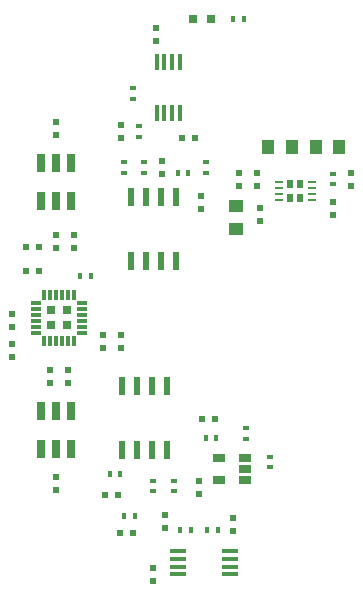
<source format=gtp>
G04 #@! TF.FileFunction,Paste,Top*
%FSLAX46Y46*%
G04 Gerber Fmt 4.6, Leading zero omitted, Abs format (unit mm)*
G04 Created by KiCad (PCBNEW 4.0.2-stable) date Mon 07 Mar 2016 02:31:34 PM HST*
%MOMM*%
G01*
G04 APERTURE LIST*
%ADD10C,0.100000*%
%ADD11R,0.500000X0.600000*%
%ADD12R,0.600000X0.500000*%
%ADD13R,1.250000X1.000000*%
%ADD14R,1.000000X1.250000*%
%ADD15R,0.400000X0.600000*%
%ADD16R,0.600000X0.400000*%
%ADD17R,0.760000X1.650000*%
%ADD18R,0.850000X0.300000*%
%ADD19R,0.300000X0.850000*%
%ADD20R,0.780000X0.780000*%
%ADD21R,0.700000X0.250000*%
%ADD22R,0.498000X0.714000*%
%ADD23R,0.600000X1.550000*%
%ADD24R,1.450000X0.450000*%
%ADD25R,0.450000X1.450000*%
%ADD26R,1.060000X0.650000*%
%ADD27R,0.797560X0.797560*%
G04 APERTURE END LIST*
D10*
D11*
X83500000Y-104550000D03*
X83500000Y-103450000D03*
D12*
X80950000Y-114000000D03*
X82050000Y-114000000D03*
D11*
X79750000Y-119700000D03*
X79750000Y-120800000D03*
D12*
X80950000Y-116000000D03*
X82050000Y-116000000D03*
D11*
X79750000Y-123300000D03*
X79750000Y-122200000D03*
X85000000Y-114050000D03*
X85000000Y-112950000D03*
X84500000Y-124450000D03*
X84500000Y-125550000D03*
X83000000Y-124450000D03*
X83000000Y-125550000D03*
X87500000Y-122550000D03*
X87500000Y-121450000D03*
X89000000Y-122550000D03*
X89000000Y-121450000D03*
X100500000Y-107700000D03*
X100500000Y-108800000D03*
X83500000Y-133450000D03*
X83500000Y-134550000D03*
D13*
X98750000Y-112500000D03*
X98750000Y-110500000D03*
D11*
X99000000Y-107700000D03*
X99000000Y-108800000D03*
D14*
X101500000Y-105500000D03*
X103500000Y-105500000D03*
D11*
X100750000Y-111800000D03*
X100750000Y-110700000D03*
X107000000Y-111300000D03*
X107000000Y-110200000D03*
D14*
X105500000Y-105500000D03*
X107500000Y-105500000D03*
D11*
X108500000Y-108800000D03*
X108500000Y-107700000D03*
D15*
X86450000Y-116500000D03*
X85550000Y-116500000D03*
D16*
X107000000Y-107800000D03*
X107000000Y-108700000D03*
D17*
X83500000Y-106910000D03*
X84770000Y-106910000D03*
X84770000Y-110090000D03*
X83500000Y-110090000D03*
X82230000Y-110090000D03*
X82230000Y-106910000D03*
D18*
X81800000Y-118750000D03*
X81800000Y-119250000D03*
X81800000Y-119750000D03*
X81800000Y-120250000D03*
X81800000Y-120750000D03*
X81800000Y-121250000D03*
D19*
X82500000Y-121950000D03*
X83000000Y-121950000D03*
X83500000Y-121950000D03*
X84000000Y-121950000D03*
X84500000Y-121950000D03*
X85000000Y-121950000D03*
D18*
X85700000Y-121250000D03*
X85700000Y-120750000D03*
X85700000Y-120250000D03*
X85700000Y-119750000D03*
X85700000Y-119250000D03*
X85700000Y-118750000D03*
D19*
X85000000Y-118050000D03*
X84500000Y-118050000D03*
X84000000Y-118050000D03*
X83500000Y-118050000D03*
X83000000Y-118050000D03*
X82500000Y-118050000D03*
D20*
X84400000Y-120650000D03*
X84400000Y-119350000D03*
X83100000Y-120650000D03*
X83100000Y-119350000D03*
D17*
X83500000Y-131090000D03*
X82230000Y-131090000D03*
X82230000Y-127910000D03*
X83500000Y-127910000D03*
X84770000Y-127910000D03*
X84770000Y-131090000D03*
D21*
X102350000Y-108500000D03*
X102350000Y-109000000D03*
X102350000Y-109500000D03*
X102350000Y-110000000D03*
X105150000Y-110000000D03*
X105150000Y-109500000D03*
X105150000Y-109000000D03*
X105150000Y-108500000D03*
D22*
X104165000Y-109845000D03*
X104165000Y-108655000D03*
X103335000Y-109845000D03*
X103335000Y-108655000D03*
D12*
X88800000Y-135000000D03*
X87700000Y-135000000D03*
D11*
X95750000Y-109700000D03*
X95750000Y-110800000D03*
D12*
X88950000Y-138250000D03*
X90050000Y-138250000D03*
D11*
X92500000Y-106700000D03*
X92500000Y-107800000D03*
X92750000Y-136700000D03*
X92750000Y-137800000D03*
X91750000Y-142300000D03*
X91750000Y-141200000D03*
X89000000Y-104800000D03*
X89000000Y-103700000D03*
D12*
X95300000Y-104750000D03*
X94200000Y-104750000D03*
D11*
X98500000Y-136950000D03*
X98500000Y-138050000D03*
X92000000Y-95450000D03*
X92000000Y-96550000D03*
D15*
X88950000Y-133250000D03*
X88050000Y-133250000D03*
D16*
X96250000Y-107700000D03*
X96250000Y-106800000D03*
D15*
X90200000Y-136750000D03*
X89300000Y-136750000D03*
X93800000Y-107750000D03*
X94700000Y-107750000D03*
D16*
X93500000Y-134700000D03*
X93500000Y-133800000D03*
X89250000Y-106800000D03*
X89250000Y-107700000D03*
D15*
X94950000Y-138000000D03*
X94050000Y-138000000D03*
D16*
X90500000Y-104700000D03*
X90500000Y-103800000D03*
D15*
X97200000Y-138000000D03*
X96300000Y-138000000D03*
D16*
X90000000Y-100550000D03*
X90000000Y-101450000D03*
X91750000Y-133800000D03*
X91750000Y-134700000D03*
X91000000Y-107700000D03*
X91000000Y-106800000D03*
D23*
X92905000Y-125800000D03*
X91635000Y-125800000D03*
X90365000Y-125800000D03*
X89095000Y-125800000D03*
X89095000Y-131200000D03*
X90365000Y-131200000D03*
X91635000Y-131200000D03*
X92905000Y-131200000D03*
X89845000Y-115200000D03*
X91115000Y-115200000D03*
X92385000Y-115200000D03*
X93655000Y-115200000D03*
X93655000Y-109800000D03*
X92385000Y-109800000D03*
X91115000Y-109800000D03*
X89845000Y-109800000D03*
D24*
X93800000Y-139775000D03*
X93800000Y-140425000D03*
X93800000Y-141075000D03*
X93800000Y-141725000D03*
X98200000Y-141725000D03*
X98200000Y-141075000D03*
X98200000Y-140425000D03*
X98200000Y-139775000D03*
D25*
X92025000Y-102700000D03*
X92675000Y-102700000D03*
X93325000Y-102700000D03*
X93975000Y-102700000D03*
X93975000Y-98300000D03*
X93325000Y-98300000D03*
X92675000Y-98300000D03*
X92025000Y-98300000D03*
D12*
X95885000Y-128600000D03*
X96985000Y-128600000D03*
D11*
X95635000Y-134950000D03*
X95635000Y-133850000D03*
X83500000Y-114050000D03*
X83500000Y-112950000D03*
D15*
X96185000Y-130200000D03*
X97085000Y-130200000D03*
D16*
X101635000Y-131750000D03*
X101635000Y-132650000D03*
X99635000Y-129350000D03*
X99635000Y-130250000D03*
D26*
X99535000Y-133750000D03*
X99535000Y-132800000D03*
X99535000Y-131850000D03*
X97335000Y-131850000D03*
X97335000Y-133750000D03*
D27*
X95135700Y-94700000D03*
X96634300Y-94700000D03*
D15*
X99385000Y-94700000D03*
X98485000Y-94700000D03*
M02*

</source>
